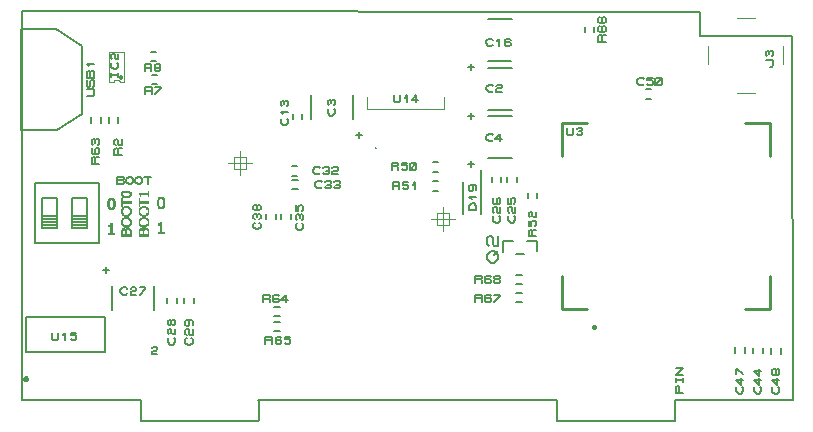
<source format=gbr>
G04 PROTEUS RS274X GERBER FILE*
%FSLAX45Y45*%
%MOMM*%
G01*
%ADD42C,0.203200*%
%ADD53C,0.100000*%
%ADD20C,0.254000*%
%ADD54C,0.250000*%
%ADD55C,0.200000*%
%ADD56C,0.101600*%
%ADD57C,0.063500*%
%ADD58C,0.000010*%
D42*
X+4957960Y-1178180D02*
X+4759840Y-1178180D01*
X+4759840Y-822580D02*
X+4960500Y-822580D01*
X+4617600Y-1203580D02*
X+4617600Y-1254380D01*
X+4643000Y-1228980D02*
X+4592200Y-1228980D01*
X+4799210Y-1035940D02*
X+4789685Y-1046100D01*
X+4761110Y-1046100D01*
X+4742060Y-1025780D01*
X+4742060Y-1005460D01*
X+4761110Y-985140D01*
X+4789685Y-985140D01*
X+4799210Y-995300D01*
X+4837310Y-1005460D02*
X+4856360Y-985140D01*
X+4856360Y-1046100D01*
X+4951610Y-995300D02*
X+4942085Y-985140D01*
X+4913510Y-985140D01*
X+4903985Y-995300D01*
X+4903985Y-1035940D01*
X+4913510Y-1046100D01*
X+4942085Y-1046100D01*
X+4951610Y-1035940D01*
X+4951610Y-1025780D01*
X+4942085Y-1015620D01*
X+4903985Y-1015620D01*
D53*
X+7260600Y-1051540D02*
X+7260600Y-1201540D01*
X+7018100Y-1444040D02*
X+6868100Y-1444040D01*
X+6625600Y-1201540D02*
X+6625600Y-1051540D01*
X+6868100Y-809040D02*
X+7018100Y-809040D01*
D42*
X+7151960Y-1222740D02*
X+7162120Y-1222740D01*
X+7172280Y-1213215D01*
X+7172280Y-1175115D01*
X+7162120Y-1165590D01*
X+7111320Y-1165590D01*
X+7121480Y-1137015D02*
X+7111320Y-1127490D01*
X+7111320Y-1098915D01*
X+7121480Y-1089390D01*
X+7131640Y-1089390D01*
X+7141800Y-1098915D01*
X+7151960Y-1089390D01*
X+7162120Y-1089390D01*
X+7172280Y-1098915D01*
X+7172280Y-1127490D01*
X+7162120Y-1137015D01*
X+7141800Y-1117965D02*
X+7141800Y-1098915D01*
X+818980Y-4046380D02*
X+818980Y-756380D01*
D53*
X+3734580Y-1476220D02*
X+3734580Y-1578220D01*
X+4384580Y-1578220D01*
X+4384580Y-1476220D01*
X+3799580Y-1908220D02*
X+3804580Y-1903220D01*
X+3809580Y-1908220D01*
X+3804580Y-1913220D01*
X+3799580Y-1908220D01*
D42*
X+3961260Y-1464900D02*
X+3961260Y-1515700D01*
X+3970785Y-1525860D01*
X+4008885Y-1525860D01*
X+4018410Y-1515700D01*
X+4018410Y-1464900D01*
X+4056510Y-1485220D02*
X+4075560Y-1464900D01*
X+4075560Y-1525860D01*
X+4170810Y-1505540D02*
X+4113660Y-1505540D01*
X+4151760Y-1464900D01*
X+4151760Y-1525860D01*
X+7338980Y-4046380D02*
X+7336440Y-966720D01*
X+817880Y-754380D02*
X+6554000Y-756920D01*
D20*
X+5387160Y-3271200D02*
X+5597160Y-3271200D01*
X+5387160Y-3271200D02*
X+5387160Y-2996200D01*
X+5387160Y-1701200D02*
X+5597160Y-1701200D01*
X+7147160Y-3271200D02*
X+7147160Y-2996200D01*
X+7147160Y-3271200D02*
X+6937160Y-3271200D01*
X+7147160Y-1701200D02*
X+6937160Y-1701200D01*
X+5387160Y-1701200D02*
X+5387160Y-1976200D01*
X+7147160Y-1701200D02*
X+7147160Y-1976200D01*
X+5666660Y-3427700D02*
X+5666631Y-3426993D01*
X+5666391Y-3425578D01*
X+5665889Y-3424163D01*
X+5665069Y-3422748D01*
X+5663814Y-3421353D01*
X+5662399Y-3420332D01*
X+5660984Y-3419683D01*
X+5659569Y-3419318D01*
X+5658160Y-3419200D01*
X+5649660Y-3427700D02*
X+5649689Y-3426993D01*
X+5649929Y-3425578D01*
X+5650431Y-3424163D01*
X+5651251Y-3422748D01*
X+5652506Y-3421353D01*
X+5653921Y-3420332D01*
X+5655336Y-3419683D01*
X+5656751Y-3419318D01*
X+5658160Y-3419200D01*
X+5649660Y-3427700D02*
X+5649689Y-3428407D01*
X+5649929Y-3429822D01*
X+5650431Y-3431237D01*
X+5651251Y-3432652D01*
X+5652506Y-3434047D01*
X+5653921Y-3435068D01*
X+5655336Y-3435717D01*
X+5656751Y-3436082D01*
X+5658160Y-3436200D01*
X+5666660Y-3427700D02*
X+5666631Y-3428407D01*
X+5666391Y-3429822D01*
X+5665889Y-3431237D01*
X+5665069Y-3432652D01*
X+5663814Y-3434047D01*
X+5662399Y-3435068D01*
X+5660984Y-3435717D01*
X+5659569Y-3436082D01*
X+5658160Y-3436200D01*
D42*
X+5425450Y-1741080D02*
X+5425450Y-1791880D01*
X+5434975Y-1802040D01*
X+5473075Y-1802040D01*
X+5482600Y-1791880D01*
X+5482600Y-1741080D01*
X+5511175Y-1751240D02*
X+5520700Y-1741080D01*
X+5549275Y-1741080D01*
X+5558800Y-1751240D01*
X+5558800Y-1761400D01*
X+5549275Y-1771560D01*
X+5558800Y-1781720D01*
X+5558800Y-1791880D01*
X+5549275Y-1802040D01*
X+5520700Y-1802040D01*
X+5511175Y-1791880D01*
X+5530225Y-1771560D02*
X+5549275Y-1771560D01*
X+1818640Y-4046220D02*
X+1818640Y-4216700D01*
X+1818640Y-4218940D02*
X+2016760Y-4218940D01*
X+1818640Y-4218940D02*
X+2817020Y-4218940D01*
X+2817460Y-4047860D02*
X+2817460Y-4218340D01*
D54*
X+857500Y-3865000D02*
X+857457Y-3863961D01*
X+857105Y-3861882D01*
X+856368Y-3859803D01*
X+855164Y-3857724D01*
X+853323Y-3855674D01*
X+851244Y-3854171D01*
X+849165Y-3853214D01*
X+847086Y-3852675D01*
X+845007Y-3852500D01*
X+845000Y-3852500D01*
X+832500Y-3865000D02*
X+832543Y-3863961D01*
X+832895Y-3861882D01*
X+833632Y-3859803D01*
X+834836Y-3857724D01*
X+836677Y-3855674D01*
X+838756Y-3854171D01*
X+840835Y-3853214D01*
X+842914Y-3852675D01*
X+844993Y-3852500D01*
X+845000Y-3852500D01*
X+832500Y-3865000D02*
X+832543Y-3866039D01*
X+832895Y-3868118D01*
X+833632Y-3870197D01*
X+834836Y-3872276D01*
X+836677Y-3874326D01*
X+838756Y-3875829D01*
X+840835Y-3876786D01*
X+842914Y-3877325D01*
X+844993Y-3877500D01*
X+845000Y-3877500D01*
X+857500Y-3865000D02*
X+857457Y-3866039D01*
X+857105Y-3868118D01*
X+856368Y-3870197D01*
X+855164Y-3872276D01*
X+853323Y-3874326D01*
X+851244Y-3875829D01*
X+849165Y-3876786D01*
X+847086Y-3877325D01*
X+845007Y-3877500D01*
X+845000Y-3877500D01*
D55*
X+1515000Y-3635000D02*
X+1515000Y-3345000D01*
X+845000Y-3345000D01*
X+845000Y-3635000D01*
X+1515000Y-3635000D01*
D42*
X+1065700Y-3475720D02*
X+1065700Y-3526520D01*
X+1075225Y-3536680D01*
X+1113325Y-3536680D01*
X+1122850Y-3526520D01*
X+1122850Y-3475720D01*
X+1160950Y-3496040D02*
X+1180000Y-3475720D01*
X+1180000Y-3536680D01*
X+1275250Y-3475720D02*
X+1227625Y-3475720D01*
X+1227625Y-3496040D01*
X+1265725Y-3496040D01*
X+1275250Y-3506200D01*
X+1275250Y-3526520D01*
X+1265725Y-3536680D01*
X+1237150Y-3536680D01*
X+1227625Y-3526520D01*
D55*
X+4704820Y-2101040D02*
X+4704820Y-2467040D01*
X+4544820Y-2199040D02*
X+4544820Y-2467040D01*
D42*
X+4661500Y-2437340D02*
X+4600540Y-2437340D01*
X+4600540Y-2399240D01*
X+4620860Y-2380190D01*
X+4641180Y-2380190D01*
X+4661500Y-2399240D01*
X+4661500Y-2437340D01*
X+4620860Y-2342090D02*
X+4600540Y-2323040D01*
X+4661500Y-2323040D01*
X+4620860Y-2227790D02*
X+4631020Y-2237315D01*
X+4631020Y-2265890D01*
X+4620860Y-2275415D01*
X+4610700Y-2275415D01*
X+4600540Y-2265890D01*
X+4600540Y-2237315D01*
X+4610700Y-2227790D01*
X+4651340Y-2227790D01*
X+4661500Y-2237315D01*
X+4661500Y-2265890D01*
X+4959600Y-1589520D02*
X+4761480Y-1589520D01*
X+4761480Y-1233920D02*
X+4962140Y-1233920D01*
X+4619240Y-1614920D02*
X+4619240Y-1665720D01*
X+4644640Y-1640320D02*
X+4593840Y-1640320D01*
X+4803290Y-1425820D02*
X+4793765Y-1435980D01*
X+4765190Y-1435980D01*
X+4746140Y-1415660D01*
X+4746140Y-1395340D01*
X+4765190Y-1375020D01*
X+4793765Y-1375020D01*
X+4803290Y-1385180D01*
X+4831865Y-1385180D02*
X+4841390Y-1375020D01*
X+4869965Y-1375020D01*
X+4879490Y-1385180D01*
X+4879490Y-1395340D01*
X+4869965Y-1405500D01*
X+4841390Y-1405500D01*
X+4831865Y-1415660D01*
X+4831865Y-1435980D01*
X+4879490Y-1435980D01*
X+6411900Y-3982480D02*
X+6350940Y-3982480D01*
X+6350940Y-3934855D01*
X+6361100Y-3925330D01*
X+6371260Y-3925330D01*
X+6381420Y-3934855D01*
X+6381420Y-3982480D01*
X+6350940Y-3896755D02*
X+6350940Y-3858655D01*
X+6350940Y-3877705D02*
X+6411900Y-3877705D01*
X+6411900Y-3896755D02*
X+6411900Y-3858655D01*
X+6411900Y-3830080D02*
X+6350940Y-3830080D01*
X+6411900Y-3772930D01*
X+6350940Y-3772930D01*
X+2816860Y-4046220D02*
X+5341620Y-4046220D01*
X+1818640Y-4046220D02*
X+817880Y-4046220D01*
X+5341620Y-4218940D02*
X+5341620Y-4046220D01*
X+6339840Y-4046220D02*
X+7338060Y-4046220D01*
X+6339840Y-4218940D02*
X+6339840Y-4046220D01*
X+5341620Y-4218940D02*
X+6339840Y-4218940D01*
X+1911985Y-3606800D02*
X+1921510Y-3596640D01*
X+1950085Y-3596640D01*
X+1959610Y-3606800D01*
X+1959610Y-3616960D01*
X+1950085Y-3627120D01*
X+1921510Y-3627120D01*
X+1911985Y-3637280D01*
X+1911985Y-3657600D01*
X+1959610Y-3657600D01*
X+4960460Y-1997900D02*
X+4762340Y-1997900D01*
X+4762340Y-1642300D02*
X+4963000Y-1642300D01*
X+4620100Y-2023300D02*
X+4620100Y-2074100D01*
X+4645500Y-2048700D02*
X+4594700Y-2048700D01*
X+4803330Y-1841660D02*
X+4793805Y-1851820D01*
X+4765230Y-1851820D01*
X+4746180Y-1831500D01*
X+4746180Y-1811180D01*
X+4765230Y-1790860D01*
X+4793805Y-1790860D01*
X+4803330Y-1801020D01*
X+4879530Y-1831500D02*
X+4822380Y-1831500D01*
X+4860480Y-1790860D01*
X+4860480Y-1851820D01*
X+1579880Y-3281680D02*
X+1579880Y-3083560D01*
X+1935480Y-3083560D02*
X+1935480Y-3284220D01*
X+1554480Y-2941320D02*
X+1503680Y-2941320D01*
X+1529080Y-2966720D02*
X+1529080Y-2915920D01*
X+1705610Y-3141980D02*
X+1696085Y-3152140D01*
X+1667510Y-3152140D01*
X+1648460Y-3131820D01*
X+1648460Y-3111500D01*
X+1667510Y-3091180D01*
X+1696085Y-3091180D01*
X+1705610Y-3101340D01*
X+1734185Y-3101340D02*
X+1743710Y-3091180D01*
X+1772285Y-3091180D01*
X+1781810Y-3101340D01*
X+1781810Y-3111500D01*
X+1772285Y-3121660D01*
X+1743710Y-3121660D01*
X+1734185Y-3131820D01*
X+1734185Y-3152140D01*
X+1781810Y-3152140D01*
X+1810385Y-3091180D02*
X+1858010Y-3091180D01*
X+1858010Y-3101340D01*
X+1810385Y-3152140D01*
X+802880Y-1755600D02*
X+802880Y-907240D01*
X+805000Y-1756500D02*
X+1109920Y-1756500D01*
X+1319920Y-1626500D01*
X+1319920Y-1046500D01*
X+1099920Y-906500D01*
X+1105000Y-906500D02*
X+805000Y-906500D01*
X+1364200Y-1468340D02*
X+1415000Y-1468340D01*
X+1425160Y-1458815D01*
X+1425160Y-1420715D01*
X+1415000Y-1411190D01*
X+1364200Y-1411190D01*
X+1415000Y-1392140D02*
X+1425160Y-1382615D01*
X+1425160Y-1344515D01*
X+1415000Y-1334990D01*
X+1404840Y-1334990D01*
X+1394680Y-1344515D01*
X+1394680Y-1382615D01*
X+1384520Y-1392140D01*
X+1374360Y-1392140D01*
X+1364200Y-1382615D01*
X+1364200Y-1344515D01*
X+1374360Y-1334990D01*
X+1425160Y-1315940D02*
X+1364200Y-1315940D01*
X+1364200Y-1268315D01*
X+1374360Y-1258790D01*
X+1384520Y-1258790D01*
X+1394680Y-1268315D01*
X+1404840Y-1258790D01*
X+1415000Y-1258790D01*
X+1425160Y-1268315D01*
X+1425160Y-1315940D01*
X+1394680Y-1315940D02*
X+1394680Y-1268315D01*
X+1384520Y-1220690D02*
X+1364200Y-1201640D01*
X+1425160Y-1201640D01*
D56*
X+1681360Y-1353720D02*
X+1681360Y-1103720D01*
X+1678880Y-1102460D02*
X+1551880Y-1102460D01*
X+1551360Y-1103720D02*
X+1551360Y-1353720D01*
X+1641360Y-1353720D02*
X+1635579Y-1339501D01*
X+1621360Y-1333720D01*
X+1591360Y-1353720D02*
X+1597141Y-1339501D01*
X+1611360Y-1333720D01*
X+1591360Y-1353720D02*
X+1551360Y-1353720D01*
X+1641360Y-1353720D02*
X+1681360Y-1353720D01*
X+1621360Y-1333720D02*
X+1611360Y-1333720D01*
D42*
X+1661360Y-1313720D02*
X+1661325Y-1312889D01*
X+1661044Y-1311225D01*
X+1660454Y-1309561D01*
X+1659490Y-1307897D01*
X+1658015Y-1306256D01*
X+1656351Y-1305055D01*
X+1654687Y-1304290D01*
X+1653023Y-1303859D01*
X+1651360Y-1303720D01*
X+1641360Y-1313720D02*
X+1641395Y-1312889D01*
X+1641676Y-1311225D01*
X+1642266Y-1309561D01*
X+1643230Y-1307897D01*
X+1644705Y-1306256D01*
X+1646369Y-1305055D01*
X+1648033Y-1304290D01*
X+1649697Y-1303859D01*
X+1651360Y-1303720D01*
X+1641360Y-1313720D02*
X+1641395Y-1314551D01*
X+1641676Y-1316215D01*
X+1642266Y-1317879D01*
X+1643230Y-1319543D01*
X+1644705Y-1321184D01*
X+1646369Y-1322385D01*
X+1648033Y-1323150D01*
X+1649697Y-1323581D01*
X+1651360Y-1323720D01*
X+1661360Y-1313720D02*
X+1661325Y-1314551D01*
X+1661044Y-1316215D01*
X+1660454Y-1317879D01*
X+1659490Y-1319543D01*
X+1658015Y-1321184D01*
X+1656351Y-1322385D01*
X+1654687Y-1323150D01*
X+1653023Y-1323581D01*
X+1651360Y-1323720D01*
X+1569580Y-1313535D02*
X+1569580Y-1275435D01*
X+1569580Y-1294485D02*
X+1630540Y-1294485D01*
X+1630540Y-1313535D02*
X+1630540Y-1275435D01*
X+1620380Y-1189710D02*
X+1630540Y-1199235D01*
X+1630540Y-1227810D01*
X+1610220Y-1246860D01*
X+1589900Y-1246860D01*
X+1569580Y-1227810D01*
X+1569580Y-1199235D01*
X+1579740Y-1189710D01*
X+1579740Y-1161135D02*
X+1569580Y-1151610D01*
X+1569580Y-1123035D01*
X+1579740Y-1113510D01*
X+1589900Y-1113510D01*
X+1600060Y-1123035D01*
X+1600060Y-1151610D01*
X+1610220Y-1161135D01*
X+1630540Y-1161135D01*
X+1630540Y-1113510D01*
X+1957780Y-1371940D02*
X+1912060Y-1371940D01*
X+1957780Y-1290660D02*
X+1912060Y-1290660D01*
X+1858720Y-1458780D02*
X+1858720Y-1397820D01*
X+1906345Y-1397820D01*
X+1915870Y-1407980D01*
X+1915870Y-1418140D01*
X+1906345Y-1428300D01*
X+1858720Y-1428300D01*
X+1906345Y-1428300D02*
X+1915870Y-1438460D01*
X+1915870Y-1458780D01*
X+1944445Y-1397820D02*
X+1992070Y-1397820D01*
X+1992070Y-1407980D01*
X+1944445Y-1458780D01*
X+1952860Y-1176860D02*
X+1907140Y-1176860D01*
X+1952860Y-1095580D02*
X+1907140Y-1095580D01*
X+1853800Y-1263700D02*
X+1853800Y-1202740D01*
X+1901425Y-1202740D01*
X+1910950Y-1212900D01*
X+1910950Y-1223060D01*
X+1901425Y-1233220D01*
X+1853800Y-1233220D01*
X+1901425Y-1233220D02*
X+1910950Y-1243380D01*
X+1910950Y-1263700D01*
X+1949050Y-1233220D02*
X+1939525Y-1223060D01*
X+1939525Y-1212900D01*
X+1949050Y-1202740D01*
X+1977625Y-1202740D01*
X+1987150Y-1212900D01*
X+1987150Y-1223060D01*
X+1977625Y-1233220D01*
X+1949050Y-1233220D01*
X+1939525Y-1243380D01*
X+1939525Y-1253540D01*
X+1949050Y-1263700D01*
X+1977625Y-1263700D01*
X+1987150Y-1253540D01*
X+1987150Y-1243380D01*
X+1977625Y-1233220D01*
X+4295613Y-2033089D02*
X+4341333Y-2033089D01*
X+4295613Y-2114369D02*
X+4341333Y-2114369D01*
X+3944173Y-2097209D02*
X+3944173Y-2036249D01*
X+3991798Y-2036249D01*
X+4001323Y-2046409D01*
X+4001323Y-2056569D01*
X+3991798Y-2066729D01*
X+3944173Y-2066729D01*
X+3991798Y-2066729D02*
X+4001323Y-2076889D01*
X+4001323Y-2097209D01*
X+4077523Y-2036249D02*
X+4029898Y-2036249D01*
X+4029898Y-2056569D01*
X+4067998Y-2056569D01*
X+4077523Y-2066729D01*
X+4077523Y-2087049D01*
X+4067998Y-2097209D01*
X+4039423Y-2097209D01*
X+4029898Y-2087049D01*
X+4096573Y-2087049D02*
X+4096573Y-2046409D01*
X+4106098Y-2036249D01*
X+4144198Y-2036249D01*
X+4153723Y-2046409D01*
X+4153723Y-2087049D01*
X+4144198Y-2097209D01*
X+4106098Y-2097209D01*
X+4096573Y-2087049D01*
X+4096573Y-2097209D02*
X+4153723Y-2036249D01*
X+4339920Y-2275220D02*
X+4294200Y-2275220D01*
X+4339920Y-2193940D02*
X+4294200Y-2193940D01*
X+3952760Y-2262060D02*
X+3952760Y-2201100D01*
X+4000385Y-2201100D01*
X+4009910Y-2211260D01*
X+4009910Y-2221420D01*
X+4000385Y-2231580D01*
X+3952760Y-2231580D01*
X+4000385Y-2231580D02*
X+4009910Y-2241740D01*
X+4009910Y-2262060D01*
X+4086110Y-2201100D02*
X+4038485Y-2201100D01*
X+4038485Y-2221420D01*
X+4076585Y-2221420D01*
X+4086110Y-2231580D01*
X+4086110Y-2251900D01*
X+4076585Y-2262060D01*
X+4048010Y-2262060D01*
X+4038485Y-2251900D01*
X+4124210Y-2221420D02*
X+4143260Y-2201100D01*
X+4143260Y-2262060D01*
X+7240260Y-3608020D02*
X+7240260Y-3653740D01*
X+7158980Y-3608020D02*
X+7158980Y-3653740D01*
X+7217400Y-3936950D02*
X+7227560Y-3946475D01*
X+7227560Y-3975050D01*
X+7207240Y-3994100D01*
X+7186920Y-3994100D01*
X+7166600Y-3975050D01*
X+7166600Y-3946475D01*
X+7176760Y-3936950D01*
X+7207240Y-3860750D02*
X+7207240Y-3917900D01*
X+7166600Y-3879800D01*
X+7227560Y-3879800D01*
X+7197080Y-3822650D02*
X+7186920Y-3832175D01*
X+7176760Y-3832175D01*
X+7166600Y-3822650D01*
X+7166600Y-3794075D01*
X+7176760Y-3784550D01*
X+7186920Y-3784550D01*
X+7197080Y-3794075D01*
X+7197080Y-3822650D01*
X+7207240Y-3832175D01*
X+7217400Y-3832175D01*
X+7227560Y-3822650D01*
X+7227560Y-3794075D01*
X+7217400Y-3784550D01*
X+7207240Y-3784550D01*
X+7197080Y-3794075D01*
X+6935400Y-3599520D02*
X+6935400Y-3645240D01*
X+6854120Y-3599520D02*
X+6854120Y-3645240D01*
X+6912540Y-3933530D02*
X+6922700Y-3943055D01*
X+6922700Y-3971630D01*
X+6902380Y-3990680D01*
X+6882060Y-3990680D01*
X+6861740Y-3971630D01*
X+6861740Y-3943055D01*
X+6871900Y-3933530D01*
X+6902380Y-3857330D02*
X+6902380Y-3914480D01*
X+6861740Y-3876380D01*
X+6922700Y-3876380D01*
X+6861740Y-3828755D02*
X+6861740Y-3781130D01*
X+6871900Y-3781130D01*
X+6922700Y-3828755D01*
X+7087880Y-3603040D02*
X+7087880Y-3648760D01*
X+7006600Y-3603040D02*
X+7006600Y-3648760D01*
X+7065020Y-3934510D02*
X+7075180Y-3944035D01*
X+7075180Y-3972610D01*
X+7054860Y-3991660D01*
X+7034540Y-3991660D01*
X+7014220Y-3972610D01*
X+7014220Y-3944035D01*
X+7024380Y-3934510D01*
X+7054860Y-3858310D02*
X+7054860Y-3915460D01*
X+7014220Y-3877360D01*
X+7075180Y-3877360D01*
X+7054860Y-3782110D02*
X+7054860Y-3839260D01*
X+7014220Y-3801160D01*
X+7075180Y-3801160D01*
X+6140400Y-1497340D02*
X+6094680Y-1497340D01*
X+6140400Y-1416060D02*
X+6094680Y-1416060D01*
X+6078170Y-1370340D02*
X+6068645Y-1380500D01*
X+6040070Y-1380500D01*
X+6021020Y-1360180D01*
X+6021020Y-1339860D01*
X+6040070Y-1319540D01*
X+6068645Y-1319540D01*
X+6078170Y-1329700D01*
X+6154370Y-1319540D02*
X+6106745Y-1319540D01*
X+6106745Y-1339860D01*
X+6144845Y-1339860D01*
X+6154370Y-1350020D01*
X+6154370Y-1370340D01*
X+6144845Y-1380500D01*
X+6116270Y-1380500D01*
X+6106745Y-1370340D01*
X+6173420Y-1370340D02*
X+6173420Y-1329700D01*
X+6182945Y-1319540D01*
X+6221045Y-1319540D01*
X+6230570Y-1329700D01*
X+6230570Y-1370340D01*
X+6221045Y-1380500D01*
X+6182945Y-1380500D01*
X+6173420Y-1370340D01*
X+6173420Y-1380500D02*
X+6230570Y-1319540D01*
X+5660340Y-887740D02*
X+5660340Y-933460D01*
X+5579060Y-887740D02*
X+5579060Y-933460D01*
X+5756860Y-1014740D02*
X+5695900Y-1014740D01*
X+5695900Y-967115D01*
X+5706060Y-957590D01*
X+5716220Y-957590D01*
X+5726380Y-967115D01*
X+5726380Y-1014740D01*
X+5726380Y-967115D02*
X+5736540Y-957590D01*
X+5756860Y-957590D01*
X+5706060Y-881390D02*
X+5695900Y-890915D01*
X+5695900Y-919490D01*
X+5706060Y-929015D01*
X+5746700Y-929015D01*
X+5756860Y-919490D01*
X+5756860Y-890915D01*
X+5746700Y-881390D01*
X+5736540Y-881390D01*
X+5726380Y-890915D01*
X+5726380Y-929015D01*
X+5706060Y-805190D02*
X+5695900Y-814715D01*
X+5695900Y-843290D01*
X+5706060Y-852815D01*
X+5746700Y-852815D01*
X+5756860Y-843290D01*
X+5756860Y-814715D01*
X+5746700Y-805190D01*
X+5736540Y-805190D01*
X+5726380Y-814715D01*
X+5726380Y-852815D01*
X+5175360Y-2696200D02*
X+5086460Y-2696200D01*
X+5068680Y-2807960D02*
X+4997560Y-2807960D01*
X+5175360Y-2696200D02*
X+5175360Y-2787640D01*
X+4885800Y-2790180D02*
X+4885800Y-2696200D01*
X+4972160Y-2696200D01*
X+4784200Y-2882890D02*
X+4753720Y-2851140D01*
X+4753720Y-2819390D01*
X+4784200Y-2787640D01*
X+4814680Y-2787640D01*
X+4845160Y-2819390D01*
X+4845160Y-2851140D01*
X+4814680Y-2882890D01*
X+4784200Y-2882890D01*
X+4814680Y-2819390D02*
X+4845160Y-2787640D01*
X+4768960Y-2740015D02*
X+4753720Y-2724140D01*
X+4753720Y-2676515D01*
X+4768960Y-2660640D01*
X+4784200Y-2660640D01*
X+4799440Y-2676515D01*
X+4799440Y-2724140D01*
X+4814680Y-2740015D01*
X+4845160Y-2740015D01*
X+4845160Y-2660640D01*
X+5000100Y-2983220D02*
X+5045820Y-2983220D01*
X+5000100Y-3064500D02*
X+5045820Y-3064500D01*
X+4652120Y-3054340D02*
X+4652120Y-2993380D01*
X+4699745Y-2993380D01*
X+4709270Y-3003540D01*
X+4709270Y-3013700D01*
X+4699745Y-3023860D01*
X+4652120Y-3023860D01*
X+4699745Y-3023860D02*
X+4709270Y-3034020D01*
X+4709270Y-3054340D01*
X+4785470Y-3003540D02*
X+4775945Y-2993380D01*
X+4747370Y-2993380D01*
X+4737845Y-3003540D01*
X+4737845Y-3044180D01*
X+4747370Y-3054340D01*
X+4775945Y-3054340D01*
X+4785470Y-3044180D01*
X+4785470Y-3034020D01*
X+4775945Y-3023860D01*
X+4737845Y-3023860D01*
X+4823570Y-3023860D02*
X+4814045Y-3013700D01*
X+4814045Y-3003540D01*
X+4823570Y-2993380D01*
X+4852145Y-2993380D01*
X+4861670Y-3003540D01*
X+4861670Y-3013700D01*
X+4852145Y-3023860D01*
X+4823570Y-3023860D01*
X+4814045Y-3034020D01*
X+4814045Y-3044180D01*
X+4823570Y-3054340D01*
X+4852145Y-3054340D01*
X+4861670Y-3044180D01*
X+4861670Y-3034020D01*
X+4852145Y-3023860D01*
X+5000100Y-3135620D02*
X+5045820Y-3135620D01*
X+5000100Y-3216900D02*
X+5045820Y-3216900D01*
X+4649580Y-3214360D02*
X+4649580Y-3153400D01*
X+4697205Y-3153400D01*
X+4706730Y-3163560D01*
X+4706730Y-3173720D01*
X+4697205Y-3183880D01*
X+4649580Y-3183880D01*
X+4697205Y-3183880D02*
X+4706730Y-3194040D01*
X+4706730Y-3214360D01*
X+4782930Y-3163560D02*
X+4773405Y-3153400D01*
X+4744830Y-3153400D01*
X+4735305Y-3163560D01*
X+4735305Y-3204200D01*
X+4744830Y-3214360D01*
X+4773405Y-3214360D01*
X+4782930Y-3204200D01*
X+4782930Y-3194040D01*
X+4773405Y-3183880D01*
X+4735305Y-3183880D01*
X+4811505Y-3153400D02*
X+4859130Y-3153400D01*
X+4859130Y-3163560D01*
X+4811505Y-3214360D01*
X+4921260Y-2200960D02*
X+4921260Y-2155240D01*
X+5002540Y-2200960D02*
X+5002540Y-2155240D01*
X+4982200Y-2486610D02*
X+4992360Y-2496135D01*
X+4992360Y-2524710D01*
X+4972040Y-2543760D01*
X+4951720Y-2543760D01*
X+4931400Y-2524710D01*
X+4931400Y-2496135D01*
X+4941560Y-2486610D01*
X+4941560Y-2458035D02*
X+4931400Y-2448510D01*
X+4931400Y-2419935D01*
X+4941560Y-2410410D01*
X+4951720Y-2410410D01*
X+4961880Y-2419935D01*
X+4961880Y-2448510D01*
X+4972040Y-2458035D01*
X+4992360Y-2458035D01*
X+4992360Y-2410410D01*
X+4931400Y-2334210D02*
X+4931400Y-2381835D01*
X+4951720Y-2381835D01*
X+4951720Y-2343735D01*
X+4961880Y-2334210D01*
X+4982200Y-2334210D01*
X+4992360Y-2343735D01*
X+4992360Y-2372310D01*
X+4982200Y-2381835D01*
X+4791720Y-2200960D02*
X+4791720Y-2155240D01*
X+4873000Y-2200960D02*
X+4873000Y-2155240D01*
X+4855220Y-2489250D02*
X+4865380Y-2498775D01*
X+4865380Y-2527350D01*
X+4845060Y-2546400D01*
X+4824740Y-2546400D01*
X+4804420Y-2527350D01*
X+4804420Y-2498775D01*
X+4814580Y-2489250D01*
X+4814580Y-2460675D02*
X+4804420Y-2451150D01*
X+4804420Y-2422575D01*
X+4814580Y-2413050D01*
X+4824740Y-2413050D01*
X+4834900Y-2422575D01*
X+4834900Y-2451150D01*
X+4845060Y-2460675D01*
X+4865380Y-2460675D01*
X+4865380Y-2413050D01*
X+4814580Y-2336850D02*
X+4804420Y-2346375D01*
X+4804420Y-2374950D01*
X+4814580Y-2384475D01*
X+4855220Y-2384475D01*
X+4865380Y-2374950D01*
X+4865380Y-2346375D01*
X+4855220Y-2336850D01*
X+4845060Y-2336850D01*
X+4834900Y-2346375D01*
X+4834900Y-2384475D01*
X+5177740Y-2292360D02*
X+5177740Y-2338080D01*
X+5096460Y-2292360D02*
X+5096460Y-2338080D01*
X+5167680Y-2660640D02*
X+5106720Y-2660640D01*
X+5106720Y-2613015D01*
X+5116880Y-2603490D01*
X+5127040Y-2603490D01*
X+5137200Y-2613015D01*
X+5137200Y-2660640D01*
X+5137200Y-2613015D02*
X+5147360Y-2603490D01*
X+5167680Y-2603490D01*
X+5106720Y-2527290D02*
X+5106720Y-2574915D01*
X+5127040Y-2574915D01*
X+5127040Y-2536815D01*
X+5137200Y-2527290D01*
X+5157520Y-2527290D01*
X+5167680Y-2536815D01*
X+5167680Y-2565390D01*
X+5157520Y-2574915D01*
X+5116880Y-2498715D02*
X+5106720Y-2489190D01*
X+5106720Y-2460615D01*
X+5116880Y-2451090D01*
X+5127040Y-2451090D01*
X+5137200Y-2460615D01*
X+5137200Y-2489190D01*
X+5147360Y-2498715D01*
X+5167680Y-2498715D01*
X+5167680Y-2451090D01*
X+3620760Y-1464260D02*
X+3620760Y-1662380D01*
X+3265160Y-1662380D02*
X+3265160Y-1461720D01*
X+3646160Y-1804620D02*
X+3696960Y-1804620D01*
X+3671560Y-1779220D02*
X+3671560Y-1830020D01*
X+3453120Y-1579830D02*
X+3463280Y-1589355D01*
X+3463280Y-1617930D01*
X+3442960Y-1636980D01*
X+3422640Y-1636980D01*
X+3402320Y-1617930D01*
X+3402320Y-1589355D01*
X+3412480Y-1579830D01*
X+3412480Y-1551255D02*
X+3402320Y-1541730D01*
X+3402320Y-1513155D01*
X+3412480Y-1503630D01*
X+3422640Y-1503630D01*
X+3432800Y-1513155D01*
X+3442960Y-1503630D01*
X+3453120Y-1503630D01*
X+3463280Y-1513155D01*
X+3463280Y-1541730D01*
X+3453120Y-1551255D01*
X+3432800Y-1532205D02*
X+3432800Y-1513155D01*
X+2124660Y-3178820D02*
X+2124660Y-3224540D01*
X+2043380Y-3178820D02*
X+2043380Y-3224540D01*
X+2100530Y-3519180D02*
X+2110690Y-3528705D01*
X+2110690Y-3557280D01*
X+2090370Y-3576330D01*
X+2070050Y-3576330D01*
X+2049730Y-3557280D01*
X+2049730Y-3528705D01*
X+2059890Y-3519180D01*
X+2059890Y-3490605D02*
X+2049730Y-3481080D01*
X+2049730Y-3452505D01*
X+2059890Y-3442980D01*
X+2070050Y-3442980D01*
X+2080210Y-3452505D01*
X+2080210Y-3481080D01*
X+2090370Y-3490605D01*
X+2110690Y-3490605D01*
X+2110690Y-3442980D01*
X+2080210Y-3404880D02*
X+2070050Y-3414405D01*
X+2059890Y-3414405D01*
X+2049730Y-3404880D01*
X+2049730Y-3376305D01*
X+2059890Y-3366780D01*
X+2070050Y-3366780D01*
X+2080210Y-3376305D01*
X+2080210Y-3404880D01*
X+2090370Y-3414405D01*
X+2100530Y-3414405D01*
X+2110690Y-3404880D01*
X+2110690Y-3376305D01*
X+2100530Y-3366780D01*
X+2090370Y-3366780D01*
X+2080210Y-3376305D01*
X+2269440Y-3178820D02*
X+2269440Y-3224540D01*
X+2188160Y-3178820D02*
X+2188160Y-3224540D01*
X+2249120Y-3520450D02*
X+2259280Y-3529975D01*
X+2259280Y-3558550D01*
X+2238960Y-3577600D01*
X+2218640Y-3577600D01*
X+2198320Y-3558550D01*
X+2198320Y-3529975D01*
X+2208480Y-3520450D01*
X+2208480Y-3491875D02*
X+2198320Y-3482350D01*
X+2198320Y-3453775D01*
X+2208480Y-3444250D01*
X+2218640Y-3444250D01*
X+2228800Y-3453775D01*
X+2228800Y-3482350D01*
X+2238960Y-3491875D01*
X+2259280Y-3491875D01*
X+2259280Y-3444250D01*
X+2218640Y-3368050D02*
X+2228800Y-3377575D01*
X+2228800Y-3406150D01*
X+2218640Y-3415675D01*
X+2208480Y-3415675D01*
X+2198320Y-3406150D01*
X+2198320Y-3377575D01*
X+2208480Y-3368050D01*
X+2249120Y-3368050D01*
X+2259280Y-3377575D01*
X+2259280Y-3406150D01*
X+2997780Y-3336140D02*
X+2952060Y-3336140D01*
X+2997780Y-3254860D02*
X+2952060Y-3254860D01*
X+2855540Y-3216760D02*
X+2855540Y-3155800D01*
X+2903165Y-3155800D01*
X+2912690Y-3165960D01*
X+2912690Y-3176120D01*
X+2903165Y-3186280D01*
X+2855540Y-3186280D01*
X+2903165Y-3186280D02*
X+2912690Y-3196440D01*
X+2912690Y-3216760D01*
X+2988890Y-3165960D02*
X+2979365Y-3155800D01*
X+2950790Y-3155800D01*
X+2941265Y-3165960D01*
X+2941265Y-3206600D01*
X+2950790Y-3216760D01*
X+2979365Y-3216760D01*
X+2988890Y-3206600D01*
X+2988890Y-3196440D01*
X+2979365Y-3186280D01*
X+2941265Y-3186280D01*
X+3065090Y-3196440D02*
X+3007940Y-3196440D01*
X+3046040Y-3155800D01*
X+3046040Y-3216760D01*
X+2997660Y-3463240D02*
X+2951940Y-3463240D01*
X+2997660Y-3381960D02*
X+2951940Y-3381960D01*
X+2875740Y-3569920D02*
X+2875740Y-3508960D01*
X+2923365Y-3508960D01*
X+2932890Y-3519120D01*
X+2932890Y-3529280D01*
X+2923365Y-3539440D01*
X+2875740Y-3539440D01*
X+2923365Y-3539440D02*
X+2932890Y-3549600D01*
X+2932890Y-3569920D01*
X+3009090Y-3519120D02*
X+2999565Y-3508960D01*
X+2970990Y-3508960D01*
X+2961465Y-3519120D01*
X+2961465Y-3559760D01*
X+2970990Y-3569920D01*
X+2999565Y-3569920D01*
X+3009090Y-3559760D01*
X+3009090Y-3549600D01*
X+2999565Y-3539440D01*
X+2961465Y-3539440D01*
X+3085290Y-3508960D02*
X+3037665Y-3508960D01*
X+3037665Y-3529280D01*
X+3075765Y-3529280D01*
X+3085290Y-3539440D01*
X+3085290Y-3559760D01*
X+3075765Y-3569920D01*
X+3047190Y-3569920D01*
X+3037665Y-3559760D01*
X+3107640Y-1670060D02*
X+3107640Y-1624340D01*
X+3188920Y-1670060D02*
X+3188920Y-1624340D01*
X+3056840Y-1663710D02*
X+3067000Y-1673235D01*
X+3067000Y-1701810D01*
X+3046680Y-1720860D01*
X+3026360Y-1720860D01*
X+3006040Y-1701810D01*
X+3006040Y-1673235D01*
X+3016200Y-1663710D01*
X+3026360Y-1625610D02*
X+3006040Y-1606560D01*
X+3067000Y-1606560D01*
X+3016200Y-1558935D02*
X+3006040Y-1549410D01*
X+3006040Y-1520835D01*
X+3016200Y-1511310D01*
X+3026360Y-1511310D01*
X+3036520Y-1520835D01*
X+3046680Y-1511310D01*
X+3056840Y-1511310D01*
X+3067000Y-1520835D01*
X+3067000Y-1549410D01*
X+3056840Y-1558935D01*
X+3036520Y-1539885D02*
X+3036520Y-1520835D01*
X+3011120Y-2515880D02*
X+3011120Y-2470160D01*
X+3092400Y-2515880D02*
X+3092400Y-2470160D01*
X+3186380Y-2550170D02*
X+3196540Y-2559695D01*
X+3196540Y-2588270D01*
X+3176220Y-2607320D01*
X+3155900Y-2607320D01*
X+3135580Y-2588270D01*
X+3135580Y-2559695D01*
X+3145740Y-2550170D01*
X+3145740Y-2521595D02*
X+3135580Y-2512070D01*
X+3135580Y-2483495D01*
X+3145740Y-2473970D01*
X+3155900Y-2473970D01*
X+3166060Y-2483495D01*
X+3176220Y-2473970D01*
X+3186380Y-2473970D01*
X+3196540Y-2483495D01*
X+3196540Y-2512070D01*
X+3186380Y-2521595D01*
X+3166060Y-2502545D02*
X+3166060Y-2483495D01*
X+3135580Y-2397770D02*
X+3135580Y-2445395D01*
X+3155900Y-2445395D01*
X+3155900Y-2407295D01*
X+3166060Y-2397770D01*
X+3186380Y-2397770D01*
X+3196540Y-2407295D01*
X+3196540Y-2435870D01*
X+3186380Y-2445395D01*
X+2881580Y-2515880D02*
X+2881580Y-2470160D01*
X+2962860Y-2515880D02*
X+2962860Y-2470160D01*
X+2825700Y-2542550D02*
X+2835860Y-2552075D01*
X+2835860Y-2580650D01*
X+2815540Y-2599700D01*
X+2795220Y-2599700D01*
X+2774900Y-2580650D01*
X+2774900Y-2552075D01*
X+2785060Y-2542550D01*
X+2785060Y-2513975D02*
X+2774900Y-2504450D01*
X+2774900Y-2475875D01*
X+2785060Y-2466350D01*
X+2795220Y-2466350D01*
X+2805380Y-2475875D01*
X+2815540Y-2466350D01*
X+2825700Y-2466350D01*
X+2835860Y-2475875D01*
X+2835860Y-2504450D01*
X+2825700Y-2513975D01*
X+2805380Y-2494925D02*
X+2805380Y-2475875D01*
X+2805380Y-2428250D02*
X+2795220Y-2437775D01*
X+2785060Y-2437775D01*
X+2774900Y-2428250D01*
X+2774900Y-2399675D01*
X+2785060Y-2390150D01*
X+2795220Y-2390150D01*
X+2805380Y-2399675D01*
X+2805380Y-2428250D01*
X+2815540Y-2437775D01*
X+2825700Y-2437775D01*
X+2835860Y-2428250D01*
X+2835860Y-2399675D01*
X+2825700Y-2390150D01*
X+2815540Y-2390150D01*
X+2805380Y-2399675D01*
X+3145840Y-2147560D02*
X+3100120Y-2147560D01*
X+3145840Y-2066280D02*
X+3100120Y-2066280D01*
X+3337610Y-2124700D02*
X+3328085Y-2134860D01*
X+3299510Y-2134860D01*
X+3280460Y-2114540D01*
X+3280460Y-2094220D01*
X+3299510Y-2073900D01*
X+3328085Y-2073900D01*
X+3337610Y-2084060D01*
X+3366185Y-2084060D02*
X+3375710Y-2073900D01*
X+3404285Y-2073900D01*
X+3413810Y-2084060D01*
X+3413810Y-2094220D01*
X+3404285Y-2104380D01*
X+3413810Y-2114540D01*
X+3413810Y-2124700D01*
X+3404285Y-2134860D01*
X+3375710Y-2134860D01*
X+3366185Y-2124700D01*
X+3385235Y-2104380D02*
X+3404285Y-2104380D01*
X+3442385Y-2084060D02*
X+3451910Y-2073900D01*
X+3480485Y-2073900D01*
X+3490010Y-2084060D01*
X+3490010Y-2094220D01*
X+3480485Y-2104380D01*
X+3451910Y-2104380D01*
X+3442385Y-2114540D01*
X+3442385Y-2134860D01*
X+3490010Y-2134860D01*
X+3148280Y-2261880D02*
X+3102560Y-2261880D01*
X+3148280Y-2180600D02*
X+3102560Y-2180600D01*
X+3352750Y-2241560D02*
X+3343225Y-2251720D01*
X+3314650Y-2251720D01*
X+3295600Y-2231400D01*
X+3295600Y-2211080D01*
X+3314650Y-2190760D01*
X+3343225Y-2190760D01*
X+3352750Y-2200920D01*
X+3381325Y-2200920D02*
X+3390850Y-2190760D01*
X+3419425Y-2190760D01*
X+3428950Y-2200920D01*
X+3428950Y-2211080D01*
X+3419425Y-2221240D01*
X+3428950Y-2231400D01*
X+3428950Y-2241560D01*
X+3419425Y-2251720D01*
X+3390850Y-2251720D01*
X+3381325Y-2241560D01*
X+3400375Y-2221240D02*
X+3419425Y-2221240D01*
X+3457525Y-2200920D02*
X+3467050Y-2190760D01*
X+3495625Y-2190760D01*
X+3505150Y-2200920D01*
X+3505150Y-2211080D01*
X+3495625Y-2221240D01*
X+3505150Y-2231400D01*
X+3505150Y-2241560D01*
X+3495625Y-2251720D01*
X+3467050Y-2251720D01*
X+3457525Y-2241560D01*
X+3476575Y-2221240D02*
X+3495625Y-2221240D01*
X+988551Y-2586000D02*
X+1115551Y-2586000D01*
X+1115551Y-2332000D01*
X+988551Y-2332000D01*
X+988551Y-2586000D01*
X+988551Y-2484400D02*
X+1115551Y-2484400D01*
X+988551Y-2509800D02*
X+1115551Y-2509800D01*
X+988551Y-2535200D02*
X+1115551Y-2535200D01*
X+988551Y-2560600D02*
X+1115551Y-2560600D01*
X+1242551Y-2586000D02*
X+1369551Y-2586000D01*
X+1369551Y-2332000D01*
X+1242551Y-2332000D01*
X+1242551Y-2586000D01*
X+1242551Y-2484400D02*
X+1369551Y-2484400D01*
X+1242551Y-2509800D02*
X+1369551Y-2509800D01*
X+1242551Y-2535200D02*
X+1369551Y-2535200D01*
X+1242551Y-2560600D02*
X+1369551Y-2560600D01*
X+925051Y-2713000D02*
X+1471051Y-2713000D01*
X+1471051Y-2205000D01*
X+925051Y-2205000D01*
X+925051Y-2713000D01*
X+1622167Y-2216746D02*
X+1622167Y-2155786D01*
X+1669792Y-2155786D01*
X+1679317Y-2165946D01*
X+1679317Y-2176106D01*
X+1669792Y-2186266D01*
X+1679317Y-2196426D01*
X+1679317Y-2206586D01*
X+1669792Y-2216746D01*
X+1622167Y-2216746D01*
X+1622167Y-2186266D02*
X+1669792Y-2186266D01*
X+1698367Y-2176106D02*
X+1717417Y-2155786D01*
X+1736467Y-2155786D01*
X+1755517Y-2176106D01*
X+1755517Y-2196426D01*
X+1736467Y-2216746D01*
X+1717417Y-2216746D01*
X+1698367Y-2196426D01*
X+1698367Y-2176106D01*
X+1774567Y-2176106D02*
X+1793617Y-2155786D01*
X+1812667Y-2155786D01*
X+1831717Y-2176106D01*
X+1831717Y-2196426D01*
X+1812667Y-2216746D01*
X+1793617Y-2216746D01*
X+1774567Y-2196426D01*
X+1774567Y-2176106D01*
X+1850767Y-2155786D02*
X+1907917Y-2155786D01*
X+1879342Y-2155786D02*
X+1879342Y-2216746D01*
X+1480640Y-1650780D02*
X+1480640Y-1696500D01*
X+1399360Y-1650780D02*
X+1399360Y-1696500D01*
X+1467480Y-2047940D02*
X+1406520Y-2047940D01*
X+1406520Y-2000315D01*
X+1416680Y-1990790D01*
X+1426840Y-1990790D01*
X+1437000Y-2000315D01*
X+1437000Y-2047940D01*
X+1437000Y-2000315D02*
X+1447160Y-1990790D01*
X+1467480Y-1990790D01*
X+1416680Y-1914590D02*
X+1406520Y-1924115D01*
X+1406520Y-1952690D01*
X+1416680Y-1962215D01*
X+1457320Y-1962215D01*
X+1467480Y-1952690D01*
X+1467480Y-1924115D01*
X+1457320Y-1914590D01*
X+1447160Y-1914590D01*
X+1437000Y-1924115D01*
X+1437000Y-1962215D01*
X+1416680Y-1886015D02*
X+1406520Y-1876490D01*
X+1406520Y-1847915D01*
X+1416680Y-1838390D01*
X+1426840Y-1838390D01*
X+1437000Y-1847915D01*
X+1447160Y-1838390D01*
X+1457320Y-1838390D01*
X+1467480Y-1847915D01*
X+1467480Y-1876490D01*
X+1457320Y-1886015D01*
X+1437000Y-1866965D02*
X+1437000Y-1847915D01*
X+1630640Y-1653500D02*
X+1630640Y-1699220D01*
X+1549360Y-1653500D02*
X+1549360Y-1699220D01*
X+1657480Y-1972560D02*
X+1596520Y-1972560D01*
X+1596520Y-1924935D01*
X+1606680Y-1915410D01*
X+1616840Y-1915410D01*
X+1627000Y-1924935D01*
X+1627000Y-1972560D01*
X+1627000Y-1924935D02*
X+1637160Y-1915410D01*
X+1657480Y-1915410D01*
X+1606680Y-1886835D02*
X+1596520Y-1877310D01*
X+1596520Y-1848735D01*
X+1606680Y-1839210D01*
X+1616840Y-1839210D01*
X+1627000Y-1848735D01*
X+1627000Y-1877310D01*
X+1637160Y-1886835D01*
X+1657480Y-1886835D01*
X+1657480Y-1839210D01*
D57*
X+1653012Y-2653764D02*
X+1653012Y-2602964D01*
X+1653012Y-2552164D02*
X+1653012Y-2521684D01*
X+1653012Y-2460724D02*
X+1653012Y-2430244D01*
X+1653012Y-2404844D02*
X+1653012Y-2333724D01*
X+1653012Y-2313404D02*
X+1653012Y-2288004D01*
X+1658092Y-2653764D02*
X+1658092Y-2597884D01*
X+1658092Y-2562324D02*
X+1658092Y-2511524D01*
X+1658092Y-2470884D02*
X+1658092Y-2420084D01*
X+1658092Y-2404844D02*
X+1658092Y-2333724D01*
X+1658092Y-2318484D02*
X+1658092Y-2282924D01*
X+1663172Y-2653764D02*
X+1663172Y-2643604D01*
X+1663172Y-2608044D02*
X+1663172Y-2592804D01*
X+1663172Y-2567404D02*
X+1663172Y-2552164D01*
X+1663172Y-2521684D02*
X+1663172Y-2506444D01*
X+1663172Y-2475964D02*
X+1663172Y-2460724D01*
X+1663172Y-2430244D02*
X+1663172Y-2415004D01*
X+1663172Y-2374364D02*
X+1663172Y-2364204D01*
X+1663172Y-2323564D02*
X+1663172Y-2308324D01*
X+1663172Y-2293084D02*
X+1663172Y-2277844D01*
X+1668252Y-2653764D02*
X+1668252Y-2643604D01*
X+1668252Y-2602964D02*
X+1668252Y-2592804D01*
X+1668252Y-2572484D02*
X+1668252Y-2557244D01*
X+1668252Y-2516604D02*
X+1668252Y-2501364D01*
X+1668252Y-2481044D02*
X+1668252Y-2465804D01*
X+1668252Y-2425164D02*
X+1668252Y-2409924D01*
X+1668252Y-2374364D02*
X+1668252Y-2364204D01*
X+1668252Y-2323564D02*
X+1668252Y-2313404D01*
X+1668252Y-2288004D02*
X+1668252Y-2277844D01*
X+1673332Y-2653764D02*
X+1673332Y-2643604D01*
X+1673332Y-2602964D02*
X+1673332Y-2592804D01*
X+1673332Y-2572484D02*
X+1673332Y-2562324D01*
X+1673332Y-2511524D02*
X+1673332Y-2501364D01*
X+1673332Y-2481044D02*
X+1673332Y-2470884D01*
X+1673332Y-2420084D02*
X+1673332Y-2409924D01*
X+1673332Y-2374364D02*
X+1673332Y-2364204D01*
X+1673332Y-2328644D02*
X+1673332Y-2318484D01*
X+1673332Y-2282924D02*
X+1673332Y-2272764D01*
X+1678412Y-2653764D02*
X+1678412Y-2643604D01*
X+1678412Y-2602964D02*
X+1678412Y-2592804D01*
X+1678412Y-2577564D02*
X+1678412Y-2567404D01*
X+1678412Y-2506444D02*
X+1678412Y-2496284D01*
X+1678412Y-2486124D02*
X+1678412Y-2475964D01*
X+1678412Y-2415004D02*
X+1678412Y-2404844D01*
X+1678412Y-2374364D02*
X+1678412Y-2364204D01*
X+1678412Y-2328644D02*
X+1678412Y-2318484D01*
X+1678412Y-2282924D02*
X+1678412Y-2272764D01*
X+1683492Y-2653764D02*
X+1683492Y-2643604D01*
X+1683492Y-2608044D02*
X+1683492Y-2597884D01*
X+1683492Y-2577564D02*
X+1683492Y-2567404D01*
X+1683492Y-2506444D02*
X+1683492Y-2496284D01*
X+1683492Y-2486124D02*
X+1683492Y-2475964D01*
X+1683492Y-2415004D02*
X+1683492Y-2404844D01*
X+1683492Y-2374364D02*
X+1683492Y-2364204D01*
X+1683492Y-2328644D02*
X+1683492Y-2318484D01*
X+1683492Y-2282924D02*
X+1683492Y-2272764D01*
X+1688572Y-2653764D02*
X+1688572Y-2602964D01*
X+1688572Y-2577564D02*
X+1688572Y-2567404D01*
X+1688572Y-2506444D02*
X+1688572Y-2496284D01*
X+1688572Y-2486124D02*
X+1688572Y-2475964D01*
X+1688572Y-2415004D02*
X+1688572Y-2404844D01*
X+1688572Y-2374364D02*
X+1688572Y-2364204D01*
X+1688572Y-2328644D02*
X+1688572Y-2318484D01*
X+1688572Y-2282924D02*
X+1688572Y-2272764D01*
X+1693652Y-2653764D02*
X+1693652Y-2592804D01*
X+1693652Y-2577564D02*
X+1693652Y-2567404D01*
X+1693652Y-2506444D02*
X+1693652Y-2496284D01*
X+1693652Y-2486124D02*
X+1693652Y-2475964D01*
X+1693652Y-2415004D02*
X+1693652Y-2404844D01*
X+1693652Y-2374364D02*
X+1693652Y-2364204D01*
X+1693652Y-2328644D02*
X+1693652Y-2318484D01*
X+1693652Y-2282924D02*
X+1693652Y-2272764D01*
X+1698732Y-2653764D02*
X+1698732Y-2643604D01*
X+1698732Y-2602964D02*
X+1698732Y-2592804D01*
X+1698732Y-2577564D02*
X+1698732Y-2567404D01*
X+1698732Y-2506444D02*
X+1698732Y-2496284D01*
X+1698732Y-2486124D02*
X+1698732Y-2475964D01*
X+1698732Y-2415004D02*
X+1698732Y-2404844D01*
X+1698732Y-2374364D02*
X+1698732Y-2364204D01*
X+1698732Y-2328644D02*
X+1698732Y-2318484D01*
X+1698732Y-2282924D02*
X+1698732Y-2272764D01*
X+1703812Y-2653764D02*
X+1703812Y-2643604D01*
X+1703812Y-2597884D02*
X+1703812Y-2587724D01*
X+1703812Y-2577564D02*
X+1703812Y-2567404D01*
X+1703812Y-2506444D02*
X+1703812Y-2496284D01*
X+1703812Y-2486124D02*
X+1703812Y-2475964D01*
X+1703812Y-2415004D02*
X+1703812Y-2404844D01*
X+1703812Y-2374364D02*
X+1703812Y-2364204D01*
X+1703812Y-2328644D02*
X+1703812Y-2318484D01*
X+1703812Y-2282924D02*
X+1703812Y-2272764D01*
X+1708892Y-2653764D02*
X+1708892Y-2643604D01*
X+1708892Y-2597884D02*
X+1708892Y-2587724D01*
X+1708892Y-2577564D02*
X+1708892Y-2567404D01*
X+1708892Y-2506444D02*
X+1708892Y-2496284D01*
X+1708892Y-2486124D02*
X+1708892Y-2475964D01*
X+1708892Y-2415004D02*
X+1708892Y-2404844D01*
X+1708892Y-2374364D02*
X+1708892Y-2364204D01*
X+1708892Y-2328644D02*
X+1708892Y-2318484D01*
X+1708892Y-2282924D02*
X+1708892Y-2272764D01*
X+1713972Y-2653764D02*
X+1713972Y-2643604D01*
X+1713972Y-2597884D02*
X+1713972Y-2587724D01*
X+1713972Y-2572484D02*
X+1713972Y-2562324D01*
X+1713972Y-2511524D02*
X+1713972Y-2501364D01*
X+1713972Y-2481044D02*
X+1713972Y-2470884D01*
X+1713972Y-2420084D02*
X+1713972Y-2409924D01*
X+1713972Y-2374364D02*
X+1713972Y-2364204D01*
X+1713972Y-2328644D02*
X+1713972Y-2318484D01*
X+1713972Y-2282924D02*
X+1713972Y-2272764D01*
X+1719052Y-2653764D02*
X+1719052Y-2643604D01*
X+1719052Y-2597884D02*
X+1719052Y-2587724D01*
X+1719052Y-2572484D02*
X+1719052Y-2557244D01*
X+1719052Y-2516604D02*
X+1719052Y-2501364D01*
X+1719052Y-2481044D02*
X+1719052Y-2465804D01*
X+1719052Y-2425164D02*
X+1719052Y-2409924D01*
X+1719052Y-2374364D02*
X+1719052Y-2364204D01*
X+1719052Y-2323564D02*
X+1719052Y-2313404D01*
X+1719052Y-2288004D02*
X+1719052Y-2277844D01*
X+1724132Y-2653764D02*
X+1724132Y-2643604D01*
X+1724132Y-2608044D02*
X+1724132Y-2592804D01*
X+1724132Y-2567404D02*
X+1724132Y-2552164D01*
X+1724132Y-2521684D02*
X+1724132Y-2506444D01*
X+1724132Y-2475964D02*
X+1724132Y-2460724D01*
X+1724132Y-2430244D02*
X+1724132Y-2415004D01*
X+1724132Y-2374364D02*
X+1724132Y-2364204D01*
X+1724132Y-2323564D02*
X+1724132Y-2308324D01*
X+1724132Y-2293084D02*
X+1724132Y-2277844D01*
X+1729212Y-2653764D02*
X+1729212Y-2597884D01*
X+1729212Y-2562324D02*
X+1729212Y-2511524D01*
X+1729212Y-2470884D02*
X+1729212Y-2420084D01*
X+1729212Y-2374364D02*
X+1729212Y-2364204D01*
X+1729212Y-2318484D02*
X+1729212Y-2282924D01*
X+1734292Y-2653764D02*
X+1734292Y-2602964D01*
X+1734292Y-2552164D02*
X+1734292Y-2521684D01*
X+1734292Y-2460724D02*
X+1734292Y-2430244D01*
X+1734292Y-2374364D02*
X+1734292Y-2364204D01*
X+1734292Y-2313404D02*
X+1734292Y-2288004D01*
X+1803012Y-2653764D02*
X+1803012Y-2602964D01*
X+1803012Y-2552164D02*
X+1803012Y-2521684D01*
X+1803012Y-2460724D02*
X+1803012Y-2430244D01*
X+1803012Y-2404844D02*
X+1803012Y-2333724D01*
X+1803012Y-2303244D02*
X+1803012Y-2293084D01*
X+1808092Y-2653764D02*
X+1808092Y-2597884D01*
X+1808092Y-2562324D02*
X+1808092Y-2511524D01*
X+1808092Y-2470884D02*
X+1808092Y-2420084D01*
X+1808092Y-2404844D02*
X+1808092Y-2333724D01*
X+1808092Y-2303244D02*
X+1808092Y-2293084D01*
X+1813172Y-2653764D02*
X+1813172Y-2643604D01*
X+1813172Y-2608044D02*
X+1813172Y-2592804D01*
X+1813172Y-2567404D02*
X+1813172Y-2552164D01*
X+1813172Y-2521684D02*
X+1813172Y-2506444D01*
X+1813172Y-2475964D02*
X+1813172Y-2460724D01*
X+1813172Y-2430244D02*
X+1813172Y-2415004D01*
X+1813172Y-2374364D02*
X+1813172Y-2364204D01*
X+1813172Y-2318484D02*
X+1813172Y-2293084D01*
X+1818252Y-2653764D02*
X+1818252Y-2643604D01*
X+1818252Y-2602964D02*
X+1818252Y-2592804D01*
X+1818252Y-2572484D02*
X+1818252Y-2557244D01*
X+1818252Y-2516604D02*
X+1818252Y-2501364D01*
X+1818252Y-2481044D02*
X+1818252Y-2465804D01*
X+1818252Y-2425164D02*
X+1818252Y-2409924D01*
X+1818252Y-2374364D02*
X+1818252Y-2364204D01*
X+1818252Y-2318484D02*
X+1818252Y-2293084D01*
X+1823332Y-2653764D02*
X+1823332Y-2643604D01*
X+1823332Y-2602964D02*
X+1823332Y-2592804D01*
X+1823332Y-2572484D02*
X+1823332Y-2562324D01*
X+1823332Y-2511524D02*
X+1823332Y-2501364D01*
X+1823332Y-2481044D02*
X+1823332Y-2470884D01*
X+1823332Y-2420084D02*
X+1823332Y-2409924D01*
X+1823332Y-2374364D02*
X+1823332Y-2364204D01*
X+1823332Y-2303244D02*
X+1823332Y-2293084D01*
X+1828412Y-2653764D02*
X+1828412Y-2643604D01*
X+1828412Y-2602964D02*
X+1828412Y-2592804D01*
X+1828412Y-2577564D02*
X+1828412Y-2567404D01*
X+1828412Y-2506444D02*
X+1828412Y-2496284D01*
X+1828412Y-2486124D02*
X+1828412Y-2475964D01*
X+1828412Y-2415004D02*
X+1828412Y-2404844D01*
X+1828412Y-2374364D02*
X+1828412Y-2364204D01*
X+1828412Y-2303244D02*
X+1828412Y-2293084D01*
X+1833492Y-2653764D02*
X+1833492Y-2643604D01*
X+1833492Y-2608044D02*
X+1833492Y-2597884D01*
X+1833492Y-2577564D02*
X+1833492Y-2567404D01*
X+1833492Y-2506444D02*
X+1833492Y-2496284D01*
X+1833492Y-2486124D02*
X+1833492Y-2475964D01*
X+1833492Y-2415004D02*
X+1833492Y-2404844D01*
X+1833492Y-2374364D02*
X+1833492Y-2364204D01*
X+1833492Y-2303244D02*
X+1833492Y-2293084D01*
X+1838572Y-2653764D02*
X+1838572Y-2602964D01*
X+1838572Y-2577564D02*
X+1838572Y-2567404D01*
X+1838572Y-2506444D02*
X+1838572Y-2496284D01*
X+1838572Y-2486124D02*
X+1838572Y-2475964D01*
X+1838572Y-2415004D02*
X+1838572Y-2404844D01*
X+1838572Y-2374364D02*
X+1838572Y-2364204D01*
X+1838572Y-2303244D02*
X+1838572Y-2293084D01*
X+1843652Y-2653764D02*
X+1843652Y-2592804D01*
X+1843652Y-2577564D02*
X+1843652Y-2567404D01*
X+1843652Y-2506444D02*
X+1843652Y-2496284D01*
X+1843652Y-2486124D02*
X+1843652Y-2475964D01*
X+1843652Y-2415004D02*
X+1843652Y-2404844D01*
X+1843652Y-2374364D02*
X+1843652Y-2364204D01*
X+1843652Y-2303244D02*
X+1843652Y-2293084D01*
X+1848732Y-2653764D02*
X+1848732Y-2643604D01*
X+1848732Y-2602964D02*
X+1848732Y-2592804D01*
X+1848732Y-2577564D02*
X+1848732Y-2567404D01*
X+1848732Y-2506444D02*
X+1848732Y-2496284D01*
X+1848732Y-2486124D02*
X+1848732Y-2475964D01*
X+1848732Y-2415004D02*
X+1848732Y-2404844D01*
X+1848732Y-2374364D02*
X+1848732Y-2364204D01*
X+1848732Y-2303244D02*
X+1848732Y-2293084D01*
X+1853812Y-2653764D02*
X+1853812Y-2643604D01*
X+1853812Y-2597884D02*
X+1853812Y-2587724D01*
X+1853812Y-2577564D02*
X+1853812Y-2567404D01*
X+1853812Y-2506444D02*
X+1853812Y-2496284D01*
X+1853812Y-2486124D02*
X+1853812Y-2475964D01*
X+1853812Y-2415004D02*
X+1853812Y-2404844D01*
X+1853812Y-2374364D02*
X+1853812Y-2364204D01*
X+1853812Y-2303244D02*
X+1853812Y-2293084D01*
X+1858892Y-2653764D02*
X+1858892Y-2643604D01*
X+1858892Y-2597884D02*
X+1858892Y-2587724D01*
X+1858892Y-2577564D02*
X+1858892Y-2567404D01*
X+1858892Y-2506444D02*
X+1858892Y-2496284D01*
X+1858892Y-2486124D02*
X+1858892Y-2475964D01*
X+1858892Y-2415004D02*
X+1858892Y-2404844D01*
X+1858892Y-2374364D02*
X+1858892Y-2364204D01*
X+1858892Y-2303244D02*
X+1858892Y-2293084D01*
X+1863972Y-2653764D02*
X+1863972Y-2643604D01*
X+1863972Y-2597884D02*
X+1863972Y-2587724D01*
X+1863972Y-2572484D02*
X+1863972Y-2562324D01*
X+1863972Y-2511524D02*
X+1863972Y-2501364D01*
X+1863972Y-2481044D02*
X+1863972Y-2470884D01*
X+1863972Y-2420084D02*
X+1863972Y-2409924D01*
X+1863972Y-2374364D02*
X+1863972Y-2364204D01*
X+1863972Y-2303244D02*
X+1863972Y-2293084D01*
X+1869052Y-2653764D02*
X+1869052Y-2643604D01*
X+1869052Y-2597884D02*
X+1869052Y-2587724D01*
X+1869052Y-2572484D02*
X+1869052Y-2557244D01*
X+1869052Y-2516604D02*
X+1869052Y-2501364D01*
X+1869052Y-2481044D02*
X+1869052Y-2465804D01*
X+1869052Y-2425164D02*
X+1869052Y-2409924D01*
X+1869052Y-2374364D02*
X+1869052Y-2364204D01*
X+1869052Y-2303244D02*
X+1869052Y-2293084D01*
X+1874132Y-2653764D02*
X+1874132Y-2643604D01*
X+1874132Y-2608044D02*
X+1874132Y-2592804D01*
X+1874132Y-2567404D02*
X+1874132Y-2552164D01*
X+1874132Y-2521684D02*
X+1874132Y-2506444D01*
X+1874132Y-2475964D02*
X+1874132Y-2460724D01*
X+1874132Y-2430244D02*
X+1874132Y-2415004D01*
X+1874132Y-2374364D02*
X+1874132Y-2364204D01*
X+1874132Y-2303244D02*
X+1874132Y-2293084D01*
X+1879212Y-2653764D02*
X+1879212Y-2597884D01*
X+1879212Y-2562324D02*
X+1879212Y-2511524D01*
X+1879212Y-2470884D02*
X+1879212Y-2420084D01*
X+1879212Y-2374364D02*
X+1879212Y-2364204D01*
X+1879212Y-2318484D02*
X+1879212Y-2277844D01*
X+1884292Y-2653764D02*
X+1884292Y-2602964D01*
X+1884292Y-2552164D02*
X+1884292Y-2521684D01*
X+1884292Y-2460724D02*
X+1884292Y-2430244D01*
X+1884292Y-2374364D02*
X+1884292Y-2364204D01*
X+1884292Y-2318484D02*
X+1884292Y-2277844D01*
X+1537620Y-2404174D02*
X+1537620Y-2358454D01*
X+1542700Y-2419414D02*
X+1542700Y-2343214D01*
X+1547780Y-2424494D02*
X+1547780Y-2338134D01*
X+1552860Y-2424494D02*
X+1552860Y-2409254D01*
X+1552860Y-2353374D02*
X+1552860Y-2338134D01*
X+1557940Y-2429574D02*
X+1557940Y-2414334D01*
X+1557940Y-2348294D02*
X+1557940Y-2333054D01*
X+1563020Y-2429574D02*
X+1563020Y-2419414D01*
X+1563020Y-2343214D02*
X+1563020Y-2333054D01*
X+1568100Y-2429574D02*
X+1568100Y-2419414D01*
X+1568100Y-2343214D02*
X+1568100Y-2333054D01*
X+1573180Y-2429574D02*
X+1573180Y-2419414D01*
X+1573180Y-2343214D02*
X+1573180Y-2333054D01*
X+1578260Y-2429574D02*
X+1578260Y-2414334D01*
X+1578260Y-2348294D02*
X+1578260Y-2333054D01*
X+1583340Y-2424494D02*
X+1583340Y-2409254D01*
X+1583340Y-2353374D02*
X+1583340Y-2338134D01*
X+1588420Y-2424494D02*
X+1588420Y-2338134D01*
X+1593500Y-2419414D02*
X+1593500Y-2343214D01*
X+1598580Y-2404174D02*
X+1598580Y-2358454D01*
X+1542700Y-2641605D02*
X+1542700Y-2631445D01*
X+1542700Y-2570485D02*
X+1542700Y-2560325D01*
X+1547780Y-2641605D02*
X+1547780Y-2631445D01*
X+1547780Y-2570485D02*
X+1547780Y-2560325D01*
X+1552860Y-2641605D02*
X+1552860Y-2631445D01*
X+1552860Y-2570485D02*
X+1552860Y-2560325D01*
X+1557940Y-2641605D02*
X+1557940Y-2631445D01*
X+1557940Y-2570485D02*
X+1557940Y-2555245D01*
X+1563020Y-2641605D02*
X+1563020Y-2550165D01*
X+1568100Y-2641605D02*
X+1568100Y-2545085D01*
X+1573180Y-2641605D02*
X+1573180Y-2545085D01*
X+1578260Y-2641605D02*
X+1578260Y-2631445D01*
X+1583340Y-2641605D02*
X+1583340Y-2631445D01*
X+1588420Y-2641605D02*
X+1588420Y-2631445D01*
X+1593500Y-2641605D02*
X+1593500Y-2631445D01*
X+1957620Y-2396205D02*
X+1957620Y-2350485D01*
X+1962700Y-2411445D02*
X+1962700Y-2335245D01*
X+1967780Y-2416525D02*
X+1967780Y-2330165D01*
X+1972860Y-2416525D02*
X+1972860Y-2401285D01*
X+1972860Y-2345405D02*
X+1972860Y-2330165D01*
X+1977940Y-2421605D02*
X+1977940Y-2406365D01*
X+1977940Y-2340325D02*
X+1977940Y-2325085D01*
X+1983020Y-2421605D02*
X+1983020Y-2411445D01*
X+1983020Y-2335245D02*
X+1983020Y-2325085D01*
X+1988100Y-2421605D02*
X+1988100Y-2411445D01*
X+1988100Y-2335245D02*
X+1988100Y-2325085D01*
X+1993180Y-2421605D02*
X+1993180Y-2411445D01*
X+1993180Y-2335245D02*
X+1993180Y-2325085D01*
X+1998260Y-2421605D02*
X+1998260Y-2406365D01*
X+1998260Y-2340325D02*
X+1998260Y-2325085D01*
X+2003340Y-2416525D02*
X+2003340Y-2401285D01*
X+2003340Y-2345405D02*
X+2003340Y-2330165D01*
X+2008420Y-2416525D02*
X+2008420Y-2330165D01*
X+2013500Y-2411445D02*
X+2013500Y-2335245D01*
X+2018580Y-2396205D02*
X+2018580Y-2350485D01*
X+1962700Y-2631605D02*
X+1962700Y-2621445D01*
X+1962700Y-2560485D02*
X+1962700Y-2550325D01*
X+1967780Y-2631605D02*
X+1967780Y-2621445D01*
X+1967780Y-2560485D02*
X+1967780Y-2550325D01*
X+1972860Y-2631605D02*
X+1972860Y-2621445D01*
X+1972860Y-2560485D02*
X+1972860Y-2550325D01*
X+1977940Y-2631605D02*
X+1977940Y-2621445D01*
X+1977940Y-2560485D02*
X+1977940Y-2545245D01*
X+1983020Y-2631605D02*
X+1983020Y-2540165D01*
X+1988100Y-2631605D02*
X+1988100Y-2535085D01*
X+1993180Y-2631605D02*
X+1993180Y-2535085D01*
X+1998260Y-2631605D02*
X+1998260Y-2621445D01*
X+2003340Y-2631605D02*
X+2003340Y-2621445D01*
X+2008420Y-2631605D02*
X+2008420Y-2621445D01*
X+2013500Y-2631605D02*
X+2013500Y-2621445D01*
D58*
X+4329200Y-2560800D02*
X+4430800Y-2560800D01*
X+4430800Y-2459200D01*
X+4329200Y-2459200D01*
X+4329200Y-2560800D01*
X+4278400Y-2510000D02*
X+4481600Y-2510000D01*
X+4380000Y-2408400D02*
X+4380000Y-2611600D01*
X+2609200Y-2090800D02*
X+2710800Y-2090800D01*
X+2710800Y-1989200D01*
X+2609200Y-1989200D01*
X+2609200Y-2090800D01*
X+2558400Y-2040000D02*
X+2761600Y-2040000D01*
X+2660000Y-1938400D02*
X+2660000Y-2141600D01*
D42*
X+6554000Y-756920D02*
X+6554000Y-967260D01*
X+7338060Y-967260D01*
M02*

</source>
